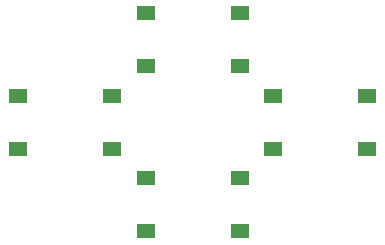
<source format=gtp>
G04 #@! TF.FileFunction,Paste,Top*
%FSLAX46Y46*%
G04 Gerber Fmt 4.6, Leading zero omitted, Abs format (unit mm)*
G04 Created by KiCad (PCBNEW 4.0.6) date 10/22/17 23:17:58*
%MOMM*%
%LPD*%
G01*
G04 APERTURE LIST*
%ADD10C,0.150000*%
%ADD11R,1.550000X1.300000*%
G04 APERTURE END LIST*
D10*
D11*
X174261880Y-199484420D03*
X182211880Y-199484420D03*
X174261880Y-203984420D03*
X182211880Y-203984420D03*
X174261880Y-213454420D03*
X182211880Y-213454420D03*
X174261880Y-217954420D03*
X182211880Y-217954420D03*
X163466880Y-206469420D03*
X171416880Y-206469420D03*
X163466880Y-210969420D03*
X171416880Y-210969420D03*
X185056880Y-206469420D03*
X193006880Y-206469420D03*
X185056880Y-210969420D03*
X193006880Y-210969420D03*
M02*

</source>
